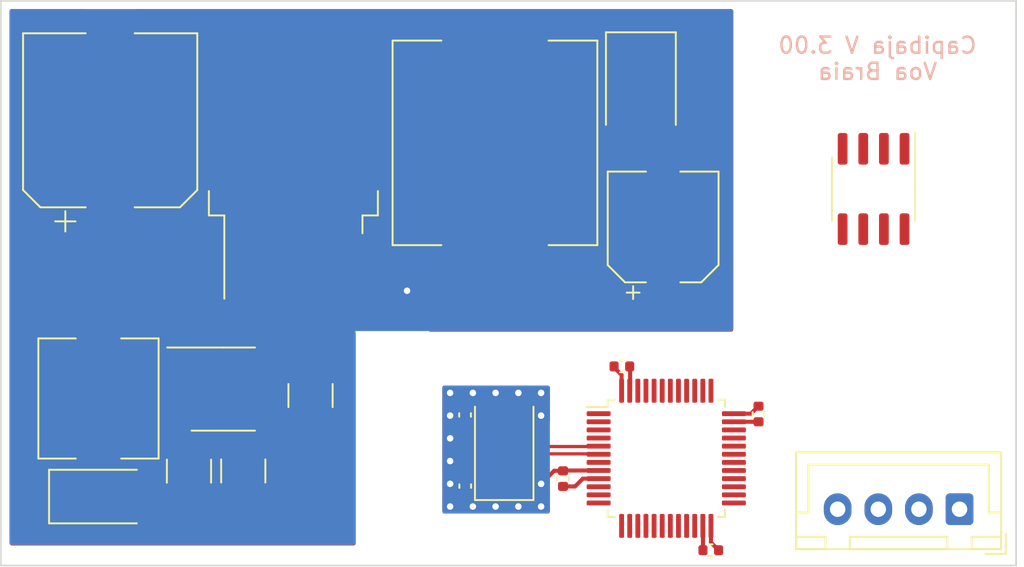
<source format=kicad_pcb>
(kicad_pcb (version 20211014) (generator pcbnew)
  (layers (0 "F.Cu" signal) (31 "B.Cu" signal) (34 "B.Paste" user) (35 "F.Paste" user) (36 "B.SilkS" user "B.Silkscreen") (37 "F.SilkS" user "F.Silkscreen") (38 "B.Mask" user) (39 "F.Mask" user) (44 "Edge.Cuts" user))
  (net 0 "")
  (net 1 "+12V")
  (net 2 "GND")
  (net 3 "+3V3")
  (net 4 "+5V")
  (net 5 "Net-(D1-Pad1)")
  (net 6 "/Out_pwr_indutor")
  (net 7 "Swclk")
  (net 8 "Swdio")
  (net 13 "/OSC-")
  (net 14 "/OSC+")
  (net 15 "PC13")
  (net 17 "SCK1")
  (net 18 "SDA1")
  (net 30 "CANRX")
  (net 31 "CANTX")
  (net 33 "CAN-")
  (net 44 "CAN+")
  (footprint "Capacitor_SMD:CP_Elec_6.3x5.4" (layer "F.Cu") (at 111.34 52.63 90)
    (property "Reference" "C8")
    (property "Value" "220uF")
    (fp_text reference "C4" hide)
    (fp_text value "220uF")
    (fp_line (start -4.04375 -2.24125) (end -4.04375 -1.45375) (layer "F.SilkS") (width 0.12))
    (fp_line (start -3.41 2.345563) (end -3.41 1.06) (layer "F.SilkS") (width 0.12))
    (fp_line (start -3.41 -2.345563) (end -3.41 -1.06) (layer "F.SilkS") (width 0.12))
    (fp_line (start -4.4375 -1.8475) (end -3.65 -1.8475) (layer "F.SilkS") (width 0.12))
    (fp_line (start -2.345563 3.41) (end 3.41 3.41) (layer "F.SilkS") (width 0.12))
    (fp_line (start 3.41 3.41) (end 3.41 1.06) (layer "F.SilkS") (width 0.12))
    (fp_line (start -3.41 2.345563) (end -2.345563 3.41) (layer "F.SilkS") (width 0.12))
    (fp_line (start 3.41 -3.41) (end 3.41 -1.06) (layer "F.SilkS") (width 0.12))
    (fp_line (start -2.345563 -3.41) (end 3.41 -3.41) (layer "F.SilkS") (width 0.12))
    (fp_line (start -3.41 -2.345563) (end -2.345563 -3.41) (layer "F.SilkS") (width 0.12))
    (pad "1" smd roundrect (at -2.8 0 90) (size 3.5 1.6) (layers "F.Cu" "F.Paste" "F.Mask") (roundrect_rratio 0.15625) (net 4 "+5V"))
    (pad "2" smd roundrect (at 2.8 0 90) (size 3.5 1.6) (layers "F.Cu" "F.Paste" "F.Mask") (roundrect_rratio 0.15625) (net 2 "GND"))
  )
  (footprint "Capacitor_SMD:C_0402_1005Metric" (layer "F.Cu") (at 99.15 64.21 90)
    (fp_text reference "CC1" hide)
    (fp_text value "33pF")
    (fp_line (start -0.107836 -0.36) (end 0.107836 -0.36) (layer "F.SilkS") (width 0.12))
    (fp_line (start -0.107836 0.36) (end 0.107836 0.36) (layer "F.SilkS") (width 0.12))
    (pad "1" smd roundrect (at -0.48 0 90) (size 0.56 0.62) (layers "F.Cu" "F.Paste" "F.Mask") (net 13 "/OSC-"))
    (pad "2" smd roundrect (at 0.48 0 90) (size 0.56 0.62) (layers "F.Cu" "F.Paste" "F.Mask") (net 2 "GND"))
  )
  (footprint "Capacitor_SMD:C_0402_1005Metric" (layer "F.Cu") (at 108.8 61.22)
    (fp_text reference "C11" hide)
    (fp_text value "100µF")
    (fp_line (start -0.107836 -0.36) (end 0.107836 -0.36) (layer "F.SilkS") (width 0.12))
    (fp_line (start -0.107836 0.36) (end 0.107836 0.36) (layer "F.SilkS") (width 0.12))
    (pad "1" smd roundrect (at -0.48 0) (size 0.56 0.62) (layers "F.Cu" "F.Paste" "F.Mask") (net 3 "+3V3"))
    (pad "2" smd roundrect (at 0.48 0) (size 0.56 0.62) (layers "F.Cu" "F.Paste" "F.Mask") (net 2 "GND"))
  )
  (footprint "Diode_SMD:D_SMA" (layer "F.Cu") (at 76.95 69.235)
    (fp_text reference "D1" hide)
    (fp_text value "D")
    (fp_line (start -3.4 1.65) (end 2 1.65) (layer "F.SilkS") (width 0.12))
    (fp_line (start -3.4 -1.65) (end -3.4 1.65) (layer "F.SilkS") (width 0.12))
    (fp_line (start -3.4 -1.65) (end 2 -1.65) (layer "F.SilkS") (width 0.12))
    (pad "1" smd rect (at -2 0) (size 2.5 1.8) (layers "F.Cu" "F.Paste" "F.Mask") (net 5 "Net-(D1-Pad1)"))
    (pad "2" smd rect (at 2 0) (size 2.5 1.8) (layers "F.Cu" "F.Paste" "F.Mask") (net 2 "GND"))
  )
  (footprint "Package_SO:SOIC-8_3.9x4.9mm_P1.27mm" (layer "F.Cu") (at 124.29 50.29 -90)
    (fp_text reference "U4" hide)
    (fp_text value "TJA1051T")
    (fp_line (start 0 -2.56) (end 1.95 -2.56) (layer "F.SilkS") (width 0.12))
    (fp_line (start 0 2.56) (end 1.95 2.56) (layer "F.SilkS") (width 0.12))
    (fp_line (start 0 -2.56) (end -3.45 -2.56) (layer "F.SilkS") (width 0.12))
    (fp_line (start 0 2.56) (end -1.95 2.56) (layer "F.SilkS") (width 0.12))
    (pad "1" smd roundrect (at -2.475 -1.905 270) (size 1.95 0.6) (layers "F.Cu" "F.Paste" "F.Mask") (net 31 "CANTX"))
    (pad "2" smd roundrect (at -2.475 -0.635 270) (size 1.95 0.6) (layers "F.Cu" "F.Paste" "F.Mask") (net 2 "GND"))
    (pad "3" smd roundrect (at -2.475 0.635 270) (size 1.95 0.6) (layers "F.Cu" "F.Paste" "F.Mask") (net 4 "+5V"))
    (pad "4" smd roundrect (at -2.475 1.905 270) (size 1.95 0.6) (layers "F.Cu" "F.Paste" "F.Mask") (net 30 "CANRX"))
    (pad "5" smd roundrect (at 2.475 1.905 270) (size 1.95 0.6) (layers "F.Cu" "F.Paste" "F.Mask"))
    (pad "6" smd roundrect (at 2.475 0.635 270) (size 1.95 0.6) (layers "F.Cu" "F.Paste" "F.Mask") (net 33 "CAN-"))
    (pad "7" smd roundrect (at 2.475 -0.635 270) (size 1.95 0.6) (layers "F.Cu" "F.Paste" "F.Mask") (net 44 "CAN+"))
    (pad "8" smd roundrect (at 2.475 -1.905 270) (size 1.95 0.6) (layers "F.Cu" "F.Paste" "F.Mask"))
  )
  (footprint "Crystal:Crystal_SMD_5032-2Pin_5.0x3.2mm" (layer "F.Cu") (at 101.56 66.4 90)
    (fp_text reference "Y2" hide)
    (fp_text value "8Mhz")
    (fp_line (start -3.05 -1.8) (end -3.05 1.8) (layer "F.SilkS") (width 0.12))
    (fp_line (start 2.7 -1.8) (end -3.05 -1.8) (layer "F.SilkS") (width 0.12))
    (fp_line (start -3.05 1.8) (end 2.7 1.8) (layer "F.SilkS") (width 0.12))
    (pad "1" smd rect (at -1.85 0 90) (size 2 2.4) (layers "F.Cu" "F.Paste" "F.Mask") (net 14 "/OSC+"))
    (pad "2" smd rect (at 1.85 0 90) (size 2 2.4) (layers "F.Cu" "F.Paste" "F.Mask") (net 13 "/OSC-"))
  )
  (footprint "Capacitor_SMD:C_1210_3225Metric" (layer "F.Cu") (at 82.16 67.67 -90)
    (fp_text reference "C5" hide)
    (fp_text value "100uF")
    (fp_line (start -0.711252 1.36) (end 0.711252 1.36) (layer "F.SilkS") (width 0.12))
    (fp_line (start -0.711252 -1.36) (end 0.711252 -1.36) (layer "F.SilkS") (width 0.12))
    (pad "1" smd roundrect (at -1.475 0 270) (size 1.15 2.7) (layers "F.Cu" "F.Paste" "F.Mask") (roundrect_rratio 0.217391) (net 3 "+3V3"))
    (pad "2" smd roundrect (at 1.475 0 270) (size 1.15 2.7) (layers "F.Cu" "F.Paste" "F.Mask") (roundrect_rratio 0.217391) (net 2 "GND"))
  )
  (footprint "Capacitor_SMD:C_0402_1005Metric" (layer "F.Cu") (at 105.18 68.13 90)
    (fp_text reference "C10" hide)
    (fp_text value "100µF")
    (fp_line (start -0.107836 -0.36) (end 0.107836 -0.36) (layer "F.SilkS") (width 0.12))
    (fp_line (start -0.107836 0.36) (end 0.107836 0.36) (layer "F.SilkS") (width 0.12))
    (pad "1" smd roundrect (at -0.48 0 90) (size 0.56 0.62) (layers "F.Cu" "F.Paste" "F.Mask") (net 3 "+3V3"))
    (pad "2" smd roundrect (at 0.48 0 90) (size 0.56 0.62) (layers "F.Cu" "F.Paste" "F.Mask") (net 2 "GND"))
  )
  (footprint "Diode_SMD:D_SMB" (layer "F.Cu") (at 109.97 44.19 -90)
    (property "Reference" "D1")
    (property "Value" "1N5824")
    (fp_text reference "D2" hide)
    (fp_text value "1N5824")
    (fp_line (start -3.55 2.15) (end 2.15 2.15) (layer "F.SilkS") (width 0.12))
    (fp_line (start -3.55 -2.15) (end 2.15 -2.15) (layer "F.SilkS") (width 0.12))
    (fp_line (start -3.55 -2.15) (end -3.55 2.15) (layer "F.SilkS") (width 0.12))
    (pad "1" smd rect (at -2.15 0 270) (size 2.5 2.3) (layers "F.Cu" "F.Paste" "F.Mask") (net 6 "/Out_pwr_indutor"))
    (pad "2" smd rect (at 2.15 0 270) (size 2.5 2.3) (layers "F.Cu" "F.Paste" "F.Mask") (net 2 "GND"))
  )
  (footprint "Package_SO:SOIC-8_3.9x4.9mm_P1.27mm" (layer "F.Cu") (at 84.27 62.615)
    (fp_text reference "U1" hide)
    (fp_text value "LM2594M-3.3")
    (fp_line (start 0 2.56) (end 1.95 2.56) (layer "F.SilkS") (width 0.12))
    (fp_line (start 0 -2.56) (end -3.45 -2.56) (layer "F.SilkS") (width 0.12))
    (fp_line (start 0 2.56) (end -1.95 2.56) (layer "F.SilkS") (width 0.12))
    (fp_line (start 0 -2.56) (end 1.95 -2.56) (layer "F.SilkS") (width 0.12))
    (pad "1" smd roundrect (at -2.475 -1.905) (size 1.95 0.6) (layers "F.Cu" "F.Paste" "F.Mask"))
    (pad "2" smd roundrect (at -2.475 -0.635) (size 1.95 0.6) (layers "F.Cu" "F.Paste" "F.Mask"))
    (pad "3" smd roundrect (at -2.475 0.635) (size 1.95 0.6) (layers "F.Cu" "F.Paste" "F.Mask"))
    (pad "4" smd roundrect (at -2.475 1.905) (size 1.95 0.6) (layers "F.Cu" "F.Paste" "F.Mask") (net 3 "+3V3"))
    (pad "5" smd roundrect (at 2.475 1.905) (size 1.95 0.6) (layers "F.Cu" "F.Paste" "F.Mask") (net 2 "GND"))
    (pad "6" smd roundrect (at 2.475 0.635) (size 1.95 0.6) (layers "F.Cu" "F.Paste" "F.Mask") (net 2 "GND"))
    (pad "7" smd roundrect (at 2.475 -0.635) (size 1.95 0.6) (layers "F.Cu" "F.Paste" "F.Mask") (net 1 "+12V"))
    (pad "8" smd roundrect (at 2.475 -1.905) (size 1.95 0.6) (layers "F.Cu" "F.Paste" "F.Mask") (net 5 "Net-(D1-Pad1)"))
  )
  (footprint "Capacitor_SMD:C_0402_1005Metric" (layer "F.Cu") (at 114.27 72.54 180)
    (fp_text reference "C9" hide)
    (fp_text value "100µF")
    (fp_line (start -0.107836 0.36) (end 0.107836 0.36) (layer "F.SilkS") (width 0.12))
    (fp_line (start -0.107836 -0.36) (end 0.107836 -0.36) (layer "F.SilkS") (width 0.12))
    (pad "1" smd roundrect (at -0.48 0 180) (size 0.56 0.62) (layers "F.Cu" "F.Paste" "F.Mask") (net 3 "+3V3"))
    (pad "2" smd roundrect (at 0.48 0 180) (size 0.56 0.62) (layers "F.Cu" "F.Paste" "F.Mask") (net 2 "GND"))
  )
  (footprint "Capacitor_SMD:C_1210_3225Metric" (layer "F.Cu") (at 89.64 63.015 -90)
    (fp_text reference "C1" hide)
    (fp_text value "10uF")
    (fp_line (start -0.711252 1.36) (end 0.711252 1.36) (layer "F.SilkS") (width 0.12))
    (fp_line (start -0.711252 -1.36) (end 0.711252 -1.36) (layer "F.SilkS") (width 0.12))
    (pad "1" smd roundrect (at -1.475 0 270) (size 1.15 2.7) (layers "F.Cu" "F.Paste" "F.Mask") (roundrect_rratio 0.217391) (net 1 "+12V"))
    (pad "2" smd roundrect (at 1.475 0 270) (size 1.15 2.7) (layers "F.Cu" "F.Paste" "F.Mask") (roundrect_rratio 0.217391) (net 2 "GND"))
  )
  (footprint "Capacitor_SMD:C_0402_1005Metric" (layer "F.Cu") (at 99.16 68.59 -90)
    (fp_text reference "CC2" hide)
    (fp_text value "33pF")
    (fp_line (start -0.107836 0.36) (end 0.107836 0.36) (layer "F.SilkS") (width 0.12))
    (fp_line (start -0.107836 -0.36) (end 0.107836 -0.36) (layer "F.SilkS") (width 0.12))
    (pad "1" smd roundrect (at -0.48 0 270) (size 0.56 0.62) (layers "F.Cu" "F.Paste" "F.Mask") (net 14 "/OSC+"))
    (pad "2" smd roundrect (at 0.48 0 270) (size 0.56 0.62) (layers "F.Cu" "F.Paste" "F.Mask") (net 2 "GND"))
  )
  (footprint "Package_TO_SOT_SMD:TO-263-5_TabPin3" (layer "F.Cu") (at 88.585 48.97 90)
    (fp_text reference "U2" hide)
    (fp_text value "LM2596S-5")
    (fp_line (start -1.45 -5.2) (end -2.95 -5.2) (layer "F.SilkS") (width 0.12))
    (fp_line (start -2.95 5.2) (end -2.95 4.25) (layer "F.SilkS") (width 0.12))
    (fp_line (start -1.45 5.2) (end -2.95 5.2) (layer "F.SilkS") (width 0.12))
    (fp_line (start -2.95 -4.25) (end -8.075 -4.25) (layer "F.SilkS") (width 0.12))
    (fp_line (start -2.95 -5.2) (end -2.95 -4.25) (layer "F.SilkS") (width 0.12))
    (fp_line (start -2.95 4.25) (end -4.05 4.25) (layer "F.SilkS") (width 0.12))
    (pad "1" smd rect (at -5.775 -3.4 90) (size 4.6 1.1) (layers "F.Cu" "F.Paste" "F.Mask") (net 1 "+12V"))
    (pad "2" smd rect (at -5.775 -1.7 90) (size 4.6 1.1) (layers "F.Cu" "F.Paste" "F.Mask") (net 6 "/Out_pwr_indutor"))
    (pad "3" smd rect (at -5.775 0 90) (size 4.6 1.1) (layers "F.Cu" "F.Paste" "F.Mask") (net 2 "GND"))
    (pad "3" smd rect (at 3.375 0 90) (size 9.4 10.8) (layers "F.Cu" "F.Mask") (net 2 "GND"))
    (pad "4" smd rect (at -5.775 1.7 90) (size 4.6 1.1) (layers "F.Cu" "F.Paste" "F.Mask") (net 4 "+5V"))
    (pad "5" smd rect (at -5.775 3.4 90) (size 4.6 1.1) (layers "F.Cu" "F.Paste" "F.Mask") (net 2 "GND"))
  )
  (footprint "Inductor_SMD:L_12x12mm_H8mm" (layer "F.Cu") (at 100.99 47.45 -90)
    (fp_text reference "L2" hide)
    (fp_text value "33uH")
    (fp_line (start 6.3 3.3) (end 6.3 6.3) (layer "F.SilkS") (width 0.12))
    (fp_line (start -6.3 -6.3) (end 6.3 -6.3) (layer "F.SilkS") (width 0.12))
    (fp_line (start 6.3 -6.3) (end 6.3 -3.3) (layer "F.SilkS") (width 0.12))
    (fp_line (start -6.3 -3.3) (end -6.3 -6.3) (layer "F.SilkS") (width 0.12))
    (fp_line (start 6.3 6.3) (end -6.3 6.3) (layer "F.SilkS") (width 0.12))
    (fp_line (start -6.3 6.3) (end -6.3 3.3) (layer "F.SilkS") (width 0.12))
    (pad "1" smd rect (at -4.95 0 270) (size 2.9 5.4) (layers "F.Cu" "F.Paste" "F.Mask") (net 6 "/Out_pwr_indutor"))
    (pad "2" smd rect (at 4.95 0 270) (size 2.9 5.4) (layers "F.Cu" "F.Paste" "F.Mask") (net 4 "+5V"))
  )
  (footprint "Capacitor_SMD:CP_Elec_10x10.5" (layer "F.Cu") (at 77.31 46.06 90)
    (property "Reference" "C7")
    (property "Value" "680uF")
    (fp_text reference "C2" hide)
    (fp_text value "680uF")
    (fp_line (start -4.295563 5.36) (end 5.36 5.36) (layer "F.SilkS") (width 0.12))
    (fp_line (start -5.36 -4.295563) (end -5.36 -1.51) (layer "F.SilkS") (width 0.12))
    (fp_line (start -5.36 4.295563) (end -5.36 1.51) (layer "F.SilkS") (width 0.12))
    (fp_line (start 5.36 5.36) (end 5.36 1.51) (layer "F.SilkS") (width 0.12))
    (fp_line (start -6.225 -3.385) (end -6.225 -2.135) (layer "F.SilkS") (width 0.12))
    (fp_line (start -5.36 4.295563) (end -4.295563 5.36) (layer "F.SilkS") (width 0.12))
    (fp_line (start -4.295563 -5.36) (end 5.36 -5.36) (layer "F.SilkS") (width 0.12))
    (fp_line (start 5.36 -5.36) (end 5.36 -1.51) (layer "F.SilkS") (width 0.12))
    (fp_line (start -6.85 -2.76) (end -5.6 -2.76) (layer "F.SilkS") (width 0.12))
    (fp_line (start -5.36 -4.295563) (end -4.295563 -5.36) (layer "F.SilkS") (width 0.12))
    (pad "1" smd roundrect (at -4.2 0 90) (size 4.4 2.5) (layers "F.Cu" "F.Paste" "F.Mask") (roundrect_rratio 0.1) (net 1 "+12V"))
    (pad "2" smd roundrect (at 4.2 0 90) (size 4.4 2.5) (layers "F.Cu" "F.Paste" "F.Mask") (roundrect_rratio 0.1) (net 2 "GND"))
  )
  (footprint "Capacitor_SMD:C_0402_1005Metric" (layer "F.Cu") (at 117.21 64.15 -90)
    (fp_text reference "C12" hide)
    (fp_text value "100µF")
    (fp_line (start -0.107836 0.36) (end 0.107836 0.36) (layer "F.SilkS") (width 0.12))
    (fp_line (start -0.107836 -0.36) (end 0.107836 -0.36) (layer "F.SilkS") (width 0.12))
    (pad "1" smd roundrect (at -0.48 0 270) (size 0.56 0.62) (layers "F.Cu" "F.Paste" "F.Mask") (net 3 "+3V3"))
    (pad "2" smd roundrect (at 0.48 0 270) (size 0.56 0.62) (layers "F.Cu" "F.Paste" "F.Mask") (net 2 "GND"))
  )
  (footprint "Capacitor_SMD:C_1210_3225Metric" (layer "F.Cu") (at 85.5 67.66 -90)
    (fp_text reference "C3" hide)
    (fp_text value "100uF")
    (fp_line (start -0.711252 -1.36) (end 0.711252 -1.36) (layer "F.SilkS") (width 0.12))
    (fp_line (start -0.711252 1.36) (end 0.711252 1.36) (layer "F.SilkS") (width 0.12))
    (pad "1" smd roundrect (at -1.475 0 270) (size 1.15 2.7) (layers "F.Cu" "F.Paste" "F.Mask") (roundrect_rratio 0.217391) (net 3 "+3V3"))
    (pad "2" smd roundrect (at 1.475 0 270) (size 1.15 2.7) (layers "F.Cu" "F.Paste" "F.Mask") (roundrect_rratio 0.217391) (net 2 "GND"))
  )
  (footprint "Inductor_SMD:L_7.3x7.3_H4.5" (layer "F.Cu") (at 76.59 63.195 -90)
    (fp_text reference "L1" hide)
    (fp_text value "100uH")
    (fp_line (start 3.7 -3.7) (end 3.7 -1.4) (layer "F.SilkS") (width 0.12))
    (fp_line (start 3.7 3.7) (end -3.7 3.7) (layer "F.SilkS") (width 0.12))
    (fp_line (start -3.7 -3.7) (end 3.7 -3.7) (layer "F.SilkS") (width 0.12))
    (fp_line (start -3.7 3.7) (end -3.7 1.4) (layer "F.SilkS") (width 0.12))
    (fp_line (start -3.7 -1.4) (end -3.7 -3.7) (layer "F.SilkS") (width 0.12))
    (fp_line (start 3.7 1.4) (end 3.7 3.7) (layer "F.SilkS") (width 0.12))
    (pad "1" smd rect (at -3.2 0 270) (size 1.5 2.2) (layers "F.Cu" "F.Paste" "F.Mask") (net 5 "Net-(D1-Pad1)"))
    (pad "2" smd rect (at 3.2 0 270) (size 1.5 2.2) (layers "F.Cu" "F.Paste" "F.Mask") (net 3 "+3V3"))
  )
  (footprint "Package_QFP:LQFP-48_7x7mm_P0.5mm" (layer "F.Cu") (at 111.5325 66.88)
    (fp_text reference "U3" hide)
    (fp_text value "STM32F103C6Tx")
    (fp_line (start -3.16 -3.61) (end -3.61 -3.61) (layer "F.SilkS") (width 0.12))
    (fp_line (start -3.61 -3.61) (end -3.61 -3.16) (layer "F.SilkS") (width 0.12))
    (fp_line (start 3.61 -3.61) (end 3.61 -3.16) (layer "F.SilkS") (width 0.12))
    (fp_line (start -3.16 3.61) (end -3.61 3.61) (layer "F.SilkS") (width 0.12))
    (fp_line (start 3.16 3.61) (end 3.61 3.61) (layer "F.SilkS") (width 0.12))
    (fp_line (start -3.61 3.61) (end -3.61 3.16) (layer "F.SilkS") (width 0.12))
    (fp_line (start 3.61 3.61) (end 3.61 3.16) (layer "F.SilkS") (width 0.12))
    (fp_line (start -3.61 -3.16) (end -4.9 -3.16) (layer "F.SilkS") (width 0.12))
    (fp_line (start 3.16 -3.61) (end 3.61 -3.61) (layer "F.SilkS") (width 0.12))
    (pad "1" smd roundrect (at -4.1625 -2.75) (size 1.475 0.3) (layers "F.Cu" "F.Paste" "F.Mask"))
    (pad "2" smd roundrect (at -4.1625 -2.25) (size 1.475 0.3) (layers "F.Cu" "F.Paste" "F.Mask") (net 15 "PC13"))
    (pad "3" smd roundrect (at -4.1625 -1.75) (size 1.475 0.3) (layers "F.Cu" "F.Paste" "F.Mask"))
    (pad "4" smd roundrect (at -4.1625 -1.25) (size 1.475 0.3) (layers "F.Cu" "F.Paste" "F.Mask"))
    (pad "5" smd roundrect (at -4.1625 -0.75) (size 1.475 0.3) (layers "F.Cu" "F.Paste" "F.Mask") (net 13 "/OSC-"))
    (pad "6" smd roundrect (at -4.1625 -0.25) (size 1.475 0.3) (layers "F.Cu" "F.Paste" "F.Mask") (net 14 "/OSC+"))
    (pad "7" smd roundrect (at -4.1625 0.25) (size 1.475 0.3) (layers "F.Cu" "F.Paste" "F.Mask"))
    (pad "8" smd roundrect (at -4.1625 0.75) (size 1.475 0.3) (layers "F.Cu" "F.Paste" "F.Mask") (net 2 "GND"))
    (pad "9" smd roundrect (at -4.1625 1.25) (size 1.475 0.3) (layers "F.Cu" "F.Paste" "F.Mask") (net 3 "+3V3"))
    (pad "10" smd roundrect (at -4.1625 1.75) (size 1.475 0.3) (layers "F.Cu" "F.Paste" "F.Mask"))
    (pad "11" smd roundrect (at -4.1625 2.25) (size 1.475 0.3) (layers "F.Cu" "F.Paste" "F.Mask"))
    (pad "12" smd roundrect (at -4.1625 2.75) (size 1.475 0.3) (layers "F.Cu" "F.Paste" "F.Mask"))
    (pad "13" smd roundrect (at -2.75 4.1625) (size 0.3 1.475) (layers "F.Cu" "F.Paste" "F.Mask"))
    (pad "14" smd roundrect (at -2.25 4.1625) (size 0.3 1.475) (layers "F.Cu" "F.Paste" "F.Mask"))
    (pad "15" smd roundrect (at -1.75 4.1625) (size 0.3 1.475) (layers "F.Cu" "F.Paste" "F.Mask"))
    (pad "16" smd roundrect (at -1.25 4.1625) (size 0.3 1.475) (layers "F.Cu" "F.Paste" "F.Mask"))
    (pad "17" smd roundrect (at -0.75 4.1625) (size 0.3 1.475) (layers "F.Cu" "F.Paste" "F.Mask"))
    (pad "18" smd roundrect (at -0.25 4.1625) (size 0.3 1.475) (layers "F.Cu" "F.Paste" "F.Mask"))
    (pad "19" smd roundrect (at 0.25 4.1625) (size 0.3 1.475) (layers "F.Cu" "F.Paste" "F.Mask"))
    (pad "20" smd roundrect (at 0.75 4.1625) (size 0.3 1.475) (layers "F.Cu" "F.Paste" "F.Mask"))
    (pad "21" smd roundrect (at 1.25 4.1625) (size 0.3 1.475) (layers "F.Cu" "F.Paste" "F.Mask") (net 17 "SCK1"))
    (pad "22" smd roundrect (at 1.75 4.1625) (size 0.3 1.475) (layers "F.Cu" "F.Paste" "F.Mask") (net 18 "SDA1"))
    (pad "23" smd roundrect (at 2.25 4.1625) (size 0.3 1.475) (layers "F.Cu" "F.Paste" "F.Mask") (net 2 "GND"))
    (pad "24" smd roundrect (at 2.75 4.1625) (size 0.3 1.475) (layers "F.Cu" "F.Paste" "F.Mask") (net 3 "+3V3"))
    (pad "25" smd roundrect (at 4.1625 2.75) (size 1.475 0.3) (layers "F.Cu" "F.Paste" "F.Mask"))
    (pad "26" smd roundrect (at 4.1625 2.25) (size 1.475 0.3) (layers "F.Cu" "F.Paste" "F.Mask"))
    (pad "27" smd roundrect (at 4.1625 1.75) (size 1.475 0.3) (layers "F.Cu" "F.Paste" "F.Mask"))
    (pad "28" smd roundrect (at 4.1625 1.25) (size 1.475 0.3) (layers "F.Cu" "F.Paste" "F.Mask"))
    (pad "29" smd roundrect (at 4.1625 0.75) (size 1.475 0.3) (layers "F.Cu" "F.Paste" "F.Mask"))
    (pad "30" smd roundrect (at 4.1625 0.25) (size 1.475 0.3) (layers "F.Cu" "F.Paste" "F.Mask"))
    (pad "31" smd roundrect (at 4.1625 -0.25) (size 1.475 0.3) (layers "F.Cu" "F.Paste" "F.Mask"))
    (pad "32" smd roundrect (at 4.1625 -0.75) (size 1.475 0.3) (layers "F.Cu" "F.Paste" "F.Mask"))
    (pad "33" smd roundrect (at 4.1625 -1.25) (size 1.475 0.3) (layers "F.Cu" "F.Paste" "F.Mask"))
    (pad "34" smd roundrect (at 4.1625 -1.75) (size 1.475 0.3) (layers "F.Cu" "F.Paste" "F.Mask"))
    (pad "35" smd roundrect (at 4.1625 -2.25) (size 1.475 0.3) (layers "F.Cu" "F.Paste" "F.Mask") (net 2 "GND"))
    (pad "36" smd roundrect (at 4.1625 -2.75) (size 1.475 0.3) (layers "F.Cu" "F.Paste" "F.Mask") (net 3 "+3V3"))
    (pad "37" smd roundrect (at 2.75 -4.1625) (size 0.3 1.475) (layers "F.Cu" "F.Paste" "F.Mask"))
    (pad "38" smd roundrect (at 2.25 -4.1625) (size 0.3 1.475) (layers "F.Cu" "F.Paste" "F.Mask"))
    (pad "39" smd roundrect (at 1.75 -4.1625) (size 0.3 1.475) (layers "F.Cu" "F.Paste" "F.Mask"))
    (pad "40" smd roundrect (at 1.25 -4.1625) (size 0.3 1.475) (layers "F.Cu" "F.Paste" "F.Mask"))
    (pad "41" smd roundrect (at 0.75 -4.1625) (size 0.3 1.475) (layers "F.Cu" "F.Paste" "F.Mask"))
    (pad "42" smd roundrect (at 0.25 -4.1625) (size 0.3 1.475) (layers "F.Cu" "F.Paste" "F.Mask"))
    (pad "43" smd roundrect (at -0.25 -4.1625) (size 0.3 1.475) (layers "F.Cu" "F.Paste" "F.Mask"))
    (pad "44" smd roundrect (at -0.75 -4.1625) (size 0.3 1.475) (layers "F.Cu" "F.Paste" "F.Mask"))
    (pad "45" smd roundrect (at -1.25 -4.1625) (size 0.3 1.475) (layers "F.Cu" "F.Paste" "F.Mask") (net 30 "CANRX"))
    (pad "46" smd roundrect (at -1.75 -4.1625) (size 0.3 1.475) (layers "F.Cu" "F.Paste" "F.Mask") (net 31 "CANTX"))
    (pad "47" smd roundrect (at -2.25 -4.1625) (size 0.3 1.475) (layers "F.Cu" "F.Paste" "F.Mask") (net 2 "GND"))
    (pad "48" smd roundrect (at -2.75 -4.1625) (size 0.3 1.475) (layers "F.Cu" "F.Paste" "F.Mask") (net 3 "+3V3"))
  )
  (footprint "Connector_JST:JST_XH_B4B-XH-A_1x04_P2.50mm_Vertical" (layer "F.Cu") (at 129.58 70.015 180)
    (fp_text reference "Prog1" hide)
    (fp_text value "Conn_01x04_Female")
    (fp_line (start 10.05 -0.2) (end 9.3 -0.2) (layer "F.SilkS") (width 0.12))
    (fp_line (start 6.75 -2.45) (end 0.75 -2.45) (layer "F.SilkS") (width 0.12))
    (fp_line (start 0.75 -1.7) (end 6.75 -1.7) (layer "F.SilkS") (width 0.12))
    (fp_line (start -1.8 2.75) (end 3.75 2.75) (layer "F.SilkS") (width 0.12))
    (fp_line (start 9.3 -0.2) (end 9.3 2.75) (layer "F.SilkS") (width 0.12))
    (fp_line (start -1.8 -0.2) (end -1.8 2.75) (layer "F.SilkS") (width 0.12))
    (fp_line (start -0.75 -1.7) (end -0.75 -2.45) (layer "F.SilkS") (width 0.12))
    (fp_line (start -0.75 -2.45) (end -2.55 -2.45) (layer "F.SilkS") (width 0.12))
    (fp_line (start 8.25 -1.7) (end 10.05 -1.7) (layer "F.SilkS") (width 0.12))
    (fp_line (start 8.25 -2.45) (end 8.25 -1.7) (layer "F.SilkS") (width 0.12))
    (fp_line (start -2.56 -2.46) (end -2.56 3.51) (layer "F.SilkS") (width 0.12))
    (fp_line (start 9.3 2.75) (end 3.75 2.75) (layer "F.SilkS") (width 0.12))
    (fp_line (start 10.05 -2.45) (end 8.25 -2.45) (layer "F.SilkS") (width 0.12))
    (fp_line (start 10.05 -1.7) (end 10.05 -2.45) (layer "F.SilkS") (width 0.12))
    (fp_line (start -2.56 3.51) (end 10.06 3.51) (layer "F.SilkS") (width 0.12))
    (fp_line (start 10.06 3.51) (end 10.06 -2.46) (layer "F.SilkS") (width 0.12))
    (fp_line (start -1.6 -2.75) (end -2.85 -2.75) (layer "F.SilkS") (width 0.12))
    (fp_line (start -2.55 -0.2) (end -1.8 -0.2) (layer "F.SilkS") (width 0.12))
    (fp_line (start 10.06 -2.46) (end -2.56 -2.46) (layer "F.SilkS") (width 0.12))
    (fp_line (start -2.85 -2.75) (end -2.85 -1.5) (layer "F.SilkS") (width 0.12))
    (fp_line (start -2.55 -1.7) (end -0.75 -1.7) (layer "F.SilkS") (width 0.12))
    (fp_line (start -2.55 -2.45) (end -2.55 -1.7) (layer "F.SilkS") (width 0.12))
    (fp_line (start 0.75 -2.45) (end 0.75 -1.7) (layer "F.SilkS") (width 0.12))
    (fp_line (start 6.75 -1.7) (end 6.75 -2.45) (layer "F.SilkS") (width 0.12))
    (pad "1" thru_hole roundrect (at 0 0 180) (size 1.7 1.95) (drill 0.95) (layers *.Cu *.Mask) (roundrect_rratio 0.147059) (net 3 "+3V3"))
    (pad "2" thru_hole oval (at 2.5 0 180) (size 1.7 1.95) (drill 0.95) (layers *.Cu *.Mask) (net 7 "Swclk"))
    (pad "3" thru_hole oval (at 5 0 180) (size 1.7 1.95) (drill 0.95) (layers *.Cu *.Mask) (net 8 "Swdio"))
    (pad "4" thru_hole oval (at 7.5 0 180) (size 1.7 1.95) (drill 0.95) (layers *.Cu *.Mask) (net 2 "GND"))
  )
  (gr_rect (start 70.58 38.7) (end 133.06 73.48) (layer "Edge.Cuts") (width 0.1) (fill none))
  (gr_text "Capibaja V 3.00\nVoa Braia" (at 124.53 42.25) (layer "B.SilkS") (effects (font (size 1 1)) (justify mirror)))
  (segment (start 109.3075 61.2475) (end 109.3075 62.6925) (width 0.25) (layer "F.Cu") (net 2))
  (segment (start 109.3075 62.6925) (end 109.2825 62.7175) (width 0.25) (layer "F.Cu") (net 2))
  (segment (start 98.26 69.07) (end 98.23 69.04) (width 0.25) (layer "F.Cu") (net 2))
  (segment (start 93.765 54.745) (end 95.58 56.56) (width 0.25) (layer "F.Cu") (net 2))
  (segment (start 117.21 64.63) (end 115.695 64.63) (width 0.25) (layer "F.Cu") (net 2))
  (segment (start 91.985 54.745) (end 93.765 54.745) (width 0.25) (layer "F.Cu") (net 2))
  (segment (start 109.28 61.22) (end 109.3075 61.2475) (width 0.25) (layer "F.Cu") (net 2))
  (segment (start 99.16 69.07) (end 98.26 69.07) (width 0.25) (layer "F.Cu") (net 2))
  (segment (start 113.79 71.05) (end 113.7825 71.0425) (width 0.25) (layer "F.Cu") (net 2))
  (segment (start 99.15 63.73) (end 98.28 63.73) (width 0.25) (layer "F.Cu") (net 2))
  (segment (start 113.79 72.54) (end 113.79 71.05) (width 0.25) (layer "F.Cu") (net 2))
  (segment (start 98.28 63.73) (end 98.23 63.78) (width 0.25) (layer "F.Cu") (net 2))
  (segment (start 98.23 63.78) (end 98.23 64.25) (width 0.25) (layer "F.Cu") (net 2))
  (segment (start 107.37 67.63) (end 105.2 67.63) (width 0.25) (layer "F.Cu") (net 2))
  (segment (start 98.23 69.04) (end 98.23 68.45) (width 0.25) (layer "F.Cu") (net 2))
  (segment (start 105.2 67.63) (end 105.18 67.65) (width 0.25) (layer "F.Cu") (net 2))
  (segment (start 103.83 68.45) (end 104.63 67.65) (width 0.25) (layer "F.Cu") (net 2))
  (segment (start 104.63 67.65) (end 105.18 67.65) (width 0.25) (layer "F.Cu") (net 2))
  (via (at 98.23 64.25) (size 0.8) (drill 0.4) (layers "F.Cu" "B.Cu") (net 2))
  (via (at 103.83 64.25) (size 0.8) (drill 0.4) (layers "F.Cu" "B.Cu") (net 2))
  (via (at 103.83 68.45) (size 0.8) (drill 0.4) (layers "F.Cu" "B.Cu") (net 2))
  (via (at 102.43 62.85) (size 0.8) (drill 0.4) (layers "F.Cu" "B.Cu") (net 2))
  (via (at 101.03 69.85) (size 0.8) (drill 0.4) (layers "F.Cu" "B.Cu") (net 2))
  (via (at 95.58 56.56) (size 0.8) (drill 0.4) (layers "F.Cu" "B.Cu") (net 2))
  (via (at 98.23 68.45) (size 0.8) (drill 0.4) (layers "F.Cu" "B.Cu") (net 2))
  (via (at 98.23 69.85) (size 0.8) (drill 0.4) (layers "F.Cu" "B.Cu") (net 2))
  (via (at 101.03 62.85) (size 0.8) (drill 0.4) (layers "F.Cu" "B.Cu") (net 2))
  (via (at 103.83 62.85) (size 0.8) (drill 0.4) (layers "F.Cu" "B.Cu") (net 2))
  (via (at 99.63 62.85) (size 0.8) (drill 0.4) (layers "F.Cu" "B.Cu") (net 2))
  (via (at 99.63 69.85) (size 0.8) (drill 0.4) (layers "F.Cu" "B.Cu") (net 2))
  (via (at 102.43 69.85) (size 0.8) (drill 0.4) (layers "F.Cu" "B.Cu") (net 2))
  (via (at 98.23 67.05) (size 0.8) (drill 0.4) (layers "F.Cu" "B.Cu") (net 2))
  (via (at 98.23 62.85) (size 0.8) (drill 0.4) (layers "F.Cu" "B.Cu") (net 2))
  (via (at 103.83 69.85) (size 0.8) (drill 0.4) (layers "F.Cu" "B.Cu") (net 2))
  (via (at 98.23 65.65) (size 0.8) (drill 0.4) (layers "F.Cu" "B.Cu") (net 2))
  (segment (start 117.21 63.67) (end 117.202391 63.67) (width 0.25) (layer "F.Cu") (net 3))
  (segment (start 114.2825 71.0425) (end 114.2825 72.064891) (width 0.25) (layer "F.Cu") (net 3))
  (segment (start 114.75 72.532391) (end 114.75 72.54) (width 0.25) (layer "F.Cu") (net 3))
  (segment (start 105.92 68.61) (end 106.4 68.13) (width 0.25) (layer "F.Cu") (net 3))
  (segment (start 106.4 68.13) (end 107.37 68.13) (width 0.25) (layer "F.Cu") (net 3))
  (segment (start 115.695 64.13) (end 116.742391 64.13) (width 0.25) (layer "F.Cu") (net 3))
  (segment (start 108.32 61.28) (end 108.7825 61.7425) (width 0.25) (layer "F.Cu") (net 3))
  (segment (start 108.7825 61.7425) (end 108.7825 62.7175) (width 0.25) (layer "F.Cu") (net 3))
  (segment (start 108.32 61.22) (end 108.32 61.28) (width 0.25) (layer "F.Cu") (net 3))
  (segment (start 105.18 68.61) (end 105.92 68.61) (width 0.25) (layer "F.Cu") (net 3))
  (segment (start 117.202391 63.67) (end 116.742391 64.13) (width 0.25) (layer "F.Cu") (net 3))
  (segment (start 114.2825 72.064891) (end 114.75 72.532391) (width 0.25) (layer "F.Cu") (net 3))
  (segment (start 97 57.89) (end 97 46.49) (width 0.25) (layer "F.Cu") (net 6))
  (segment (start 86.885 54.745) (end 86.885 58.365) (width 0.25) (layer "F.Cu") (net 6))
  (segment (start 96.48 58.41) (end 97 57.89) (width 0.25) (layer "F.Cu") (net 6))
  (segment (start 97 46.49) (end 100.99 42.5) (width 0.25) (layer "F.Cu") (net 6))
  (segment (start 86.885 58.365) (end 86.84 58.41) (width 0.25) (layer "F.Cu") (net 6))
  (segment (start 86.84 58.41) (end 96.48 58.41) (width 0.25) (layer "F.Cu") (net 6))
  (segment (start 101.56 65.94) (end 101.56 64.55) (width 0.2) (layer "F.Cu") (net 13))
  (segment (start 99.29 64.55) (end 99.15 64.69) (width 0.2) (layer "F.Cu") (net 13))
  (segment (start 101.56 64.55) (end 99.29 64.55) (width 0.2) (layer "F.Cu") (net 13))
  (segment (start 107.37 66.13) (end 107.345001 66.154999) (width 0.2) (layer "F.Cu") (net 13))
  (segment (start 107.345001 66.154999) (end 101.774999 66.154999) (width 0.2) (layer "F.Cu") (net 13))
  (segment (start 101.774999 66.154999) (end 101.56 65.94) (width 0.2) (layer "F.Cu") (net 13))
  (segment (start 101.27 67.96) (end 101.56 68.25) (width 0.2) (layer "F.Cu") (net 14))
  (segment (start 101.56 66.8) (end 101.56 68.25) (width 0.2) (layer "F.Cu") (net 14))
  (segment (start 99.16 68.11) (end 99.31 67.96) (width 0.2) (layer "F.Cu") (net 14))
  (segment (start 101.754999 66.605001) (end 101.56 66.8) (width 0.2) (layer "F.Cu") (net 14))
  (segment (start 99.31 67.96) (end 101.27 67.96) (width 0.2) (layer "F.Cu") (net 14))
  (segment (start 107.37 66.63) (end 107.345001 66.605001) (width 0.2) (layer "F.Cu") (net 14))
  (segment (start 107.345001 66.605001) (end 101.754999 66.605001) (width 0.2) (layer "F.Cu") (net 14))
  (zone (net 2) (net_name "GND") (layer "F.Cu") (connect_pads (clearance 0.508)) (min_thickness 0.254) (fill yes (thermal_gap 0.508) (thermal_bridge_width 0.508))
    (polygon (pts (xy 115.66 59.08) (xy 92.42 59.08) (xy 92.42 72.25) (xy 71.13 72.25) (xy 71.13 39.01) (xy 115.66 39.01)))
  )
  (zone (net 2) (net_name "GND") (layer "F.Cu") (connect_pads (clearance 0.508)) (min_thickness 0.254) (fill yes (thermal_gap 0.508) (thermal_bridge_width 0.508))
    (polygon (pts (xy 104.37 64.68) (xy 103.38 64.68) (xy 103.38 63.25) (xy 98.66 63.25) (xy 98.68 69.38) (xy 103.41 69.43) (xy 103.41 67.84) (xy 104.37 67.84) (xy 104.37 70.28) (xy 97.75 70.28) (xy 97.75 62.4) (xy 104.37 62.4)))
  )
  (zone (net 2) (net_name "GND") (layer "B.Cu") (connect_pads (clearance 0.508)) (min_thickness 0.254) (fill yes (thermal_gap 0.508) (thermal_bridge_width 0.508))
    (polygon (pts (xy 115.64 59.04) (xy 92.4 59.04) (xy 92.4 72.21) (xy 71.11 72.21) (xy 71.11 38.97) (xy 115.64 38.97)))
  )
  (zone (net 2) (net_name "GND") (layer "B.Cu") (connect_pads (clearance 0.508)) (min_thickness 0.254) (fill yes (thermal_gap 0.508) (thermal_bridge_width 0.508))
    (polygon (pts (xy 104.37 70.28) (xy 97.75 70.28) (xy 97.75 62.4) (xy 104.37 62.4)))
  )
)
</source>
